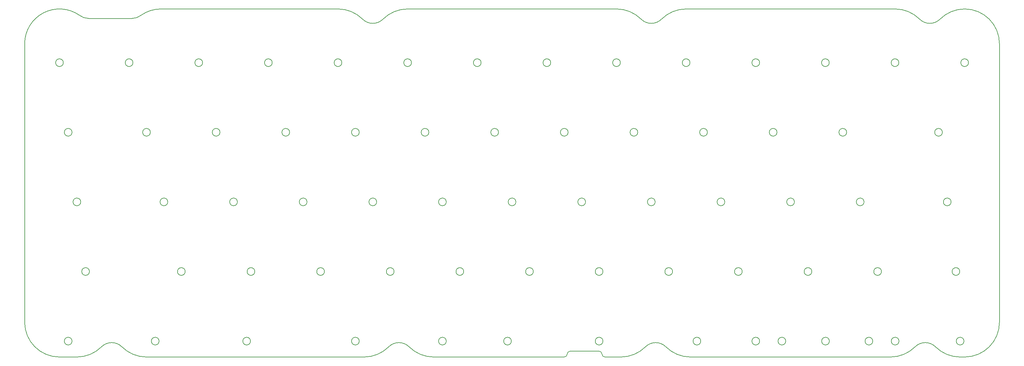
<source format=gm1>
%TF.GenerationSoftware,KiCad,Pcbnew,(6.0.5)*%
%TF.CreationDate,2022-07-14T23:48:44-04:00*%
%TF.ProjectId,bd64pcb,62643634-7063-4622-9e6b-696361645f70,rev?*%
%TF.SameCoordinates,Original*%
%TF.FileFunction,Profile,NP*%
%FSLAX46Y46*%
G04 Gerber Fmt 4.6, Leading zero omitted, Abs format (unit mm)*
G04 Created by KiCad (PCBNEW (6.0.5)) date 2022-07-14 23:48:44*
%MOMM*%
%LPD*%
G01*
G04 APERTURE LIST*
%TA.AperFunction,Profile*%
%ADD10C,0.150000*%
%TD*%
G04 APERTURE END LIST*
D10*
X173037500Y-136525000D02*
G75*
G03*
X173831250Y-137318750I793750J0D01*
G01*
X173037500Y-136525000D02*
G75*
G03*
X172243750Y-135731250I-793750J0D01*
G01*
X162718750Y-137318750D02*
G75*
G03*
X163512500Y-136525000I0J793750D01*
G01*
X164306250Y-135731250D02*
G75*
G03*
X163512500Y-136525000I0J-793750D01*
G01*
X178196875Y-137318750D02*
G75*
G03*
X184932067Y-134528942I0J9525000D01*
G01*
X190511683Y-134528942D02*
G75*
G03*
X197246875Y-137318750I6735192J6735192D01*
G01*
X190511683Y-134528942D02*
G75*
G03*
X187721875Y-133373366I-2789808J-2789808D01*
G01*
X187721875Y-133373366D02*
G75*
G03*
X184932067Y-134528942I0J-3945384D01*
G01*
X251968000Y-137318750D02*
G75*
G03*
X258703192Y-134528942I0J9525000D01*
G01*
X264282808Y-134528942D02*
G75*
G03*
X271018000Y-137318750I6735192J6735192D01*
G01*
X264282808Y-134528942D02*
G75*
G03*
X261493000Y-133373366I-2789808J-2789808D01*
G01*
X261493000Y-133373366D02*
G75*
G03*
X258703192Y-134528942I0J-3945384D01*
G01*
X183741442Y-44858558D02*
G75*
G03*
X186531250Y-46014134I2789808J2789808D01*
G01*
X183741442Y-44858558D02*
G75*
G03*
X177006250Y-42068750I-6735192J-6735192D01*
G01*
X186531250Y-46014134D02*
G75*
G03*
X189321058Y-44858558I0J3945384D01*
G01*
X196056250Y-42068750D02*
G75*
G03*
X189321058Y-44858558I0J-9525000D01*
G01*
X119856250Y-42068750D02*
G75*
G03*
X113121058Y-44858558I0J-9525000D01*
G01*
X107541442Y-44858558D02*
G75*
G03*
X100806250Y-42068750I-6735192J-6735192D01*
G01*
X107541442Y-44858558D02*
G75*
G03*
X110331250Y-46014134I2789808J2789808D01*
G01*
X110331250Y-46014134D02*
G75*
G03*
X113121058Y-44858558I0J3945384D01*
G01*
X281781250Y-51593750D02*
G75*
G03*
X272256250Y-42068750I-9525000J0D01*
G01*
X272256250Y-42068750D02*
G75*
G03*
X265521058Y-44858558I0J-9525000D01*
G01*
X259941442Y-44858558D02*
G75*
G03*
X253206250Y-42068750I-6735192J-6735192D01*
G01*
X259941442Y-44858558D02*
G75*
G03*
X262731250Y-46014134I2789808J2789808D01*
G01*
X262731250Y-46014134D02*
G75*
G03*
X265521058Y-44858558I0J3945384D01*
G01*
X107950000Y-137318750D02*
G75*
G03*
X114685192Y-134528942I0J9525000D01*
G01*
X120264808Y-134528942D02*
G75*
G03*
X127000000Y-137318750I6735192J6735192D01*
G01*
X120264808Y-134528942D02*
G75*
G03*
X117475000Y-133373366I-2789808J-2789808D01*
G01*
X117475000Y-133373366D02*
G75*
G03*
X114685192Y-134528942I0J-3945384D01*
G01*
X41683558Y-134528942D02*
G75*
G03*
X48418750Y-137318750I6735192J6735192D01*
G01*
X41683558Y-134528942D02*
G75*
G03*
X38893750Y-133373366I-2789808J-2789808D01*
G01*
X38893750Y-133373366D02*
G75*
G03*
X36103942Y-134528942I0J-3945384D01*
G01*
X29368750Y-137318750D02*
G75*
G03*
X36103942Y-134528942I0J9525000D01*
G01*
X24606250Y-137318750D02*
X29368750Y-137318750D01*
X48418750Y-137318750D02*
X107950000Y-137318750D01*
X30068480Y-43790565D02*
G75*
G03*
X15081250Y-51593750I-5462575J-7802521D01*
G01*
X44446194Y-44660503D02*
X32547738Y-44660243D01*
X253206250Y-42068750D02*
X196056250Y-42068750D01*
X164306250Y-135731250D02*
X172243750Y-135731250D01*
X100806250Y-42068750D02*
X52387500Y-42068750D01*
X173831250Y-137318750D02*
X178196875Y-137318750D01*
X15081250Y-127793750D02*
X15081250Y-51593750D01*
X271018000Y-137318750D02*
X272256250Y-137318750D01*
X52387500Y-42068750D02*
G75*
G03*
X46925453Y-43790826I-119J-9522868D01*
G01*
X281781250Y-127793750D02*
X281781250Y-51593750D01*
X272256250Y-137318750D02*
G75*
G03*
X281781250Y-127793750I0J9525000D01*
G01*
X44446194Y-44660503D02*
G75*
G03*
X46925453Y-43790826I1368J3964852D01*
G01*
X177006250Y-42068750D02*
X119856250Y-42068750D01*
X197246875Y-137318750D02*
X251968000Y-137318750D01*
X15081250Y-127793750D02*
G75*
G03*
X24606250Y-137318750I9525000J0D01*
G01*
X30068479Y-43790566D02*
G75*
G03*
X32547738Y-44660243I2477819J3094972D01*
G01*
X127000000Y-137318750D02*
X162718750Y-137318750D01*
%TO.C,L1*%
X25656250Y-56769000D02*
G75*
G03*
X25656250Y-56769000I-1050000J0D01*
G01*
%TO.C,L2*%
X44706250Y-56769000D02*
G75*
G03*
X44706250Y-56769000I-1050000J0D01*
G01*
%TO.C,L3*%
X63756250Y-56769000D02*
G75*
G03*
X63756250Y-56769000I-1050000J0D01*
G01*
%TO.C,L4*%
X82806250Y-56769000D02*
G75*
G03*
X82806250Y-56769000I-1050000J0D01*
G01*
%TO.C,L5*%
X101856250Y-56769000D02*
G75*
G03*
X101856250Y-56769000I-1050000J0D01*
G01*
%TO.C,L6*%
X120906250Y-56769000D02*
G75*
G03*
X120906250Y-56769000I-1050000J0D01*
G01*
%TO.C,L7*%
X139956250Y-56769000D02*
G75*
G03*
X139956250Y-56769000I-1050000J0D01*
G01*
%TO.C,L8*%
X159006250Y-56769000D02*
G75*
G03*
X159006250Y-56769000I-1050000J0D01*
G01*
%TO.C,L9*%
X178056250Y-56769000D02*
G75*
G03*
X178056250Y-56769000I-1050000J0D01*
G01*
%TO.C,L10*%
X197106250Y-56769000D02*
G75*
G03*
X197106250Y-56769000I-1050000J0D01*
G01*
%TO.C,L11*%
X216156250Y-56769000D02*
G75*
G03*
X216156250Y-56769000I-1050000J0D01*
G01*
%TO.C,L12*%
X235206250Y-56769000D02*
G75*
G03*
X235206250Y-56769000I-1050000J0D01*
G01*
%TO.C,L13*%
X254256250Y-56769000D02*
G75*
G03*
X254256250Y-56769000I-1050000J0D01*
G01*
%TO.C,L14*%
X273306250Y-56769000D02*
G75*
G03*
X273306250Y-56769000I-1050000J0D01*
G01*
%TO.C,L15*%
X28037500Y-132969000D02*
G75*
G03*
X28037500Y-132969000I-1050000J0D01*
G01*
%TO.C,L16*%
X51850000Y-132969000D02*
G75*
G03*
X51850000Y-132969000I-1050000J0D01*
G01*
%TO.C,L18*%
X49468750Y-75819000D02*
G75*
G03*
X49468750Y-75819000I-1050000J0D01*
G01*
%TO.C,L19*%
X68518750Y-75819000D02*
G75*
G03*
X68518750Y-75819000I-1050000J0D01*
G01*
%TO.C,L20*%
X87568750Y-75819000D02*
G75*
G03*
X87568750Y-75819000I-1050000J0D01*
G01*
%TO.C,L21*%
X106618750Y-75819000D02*
G75*
G03*
X106618750Y-75819000I-1050000J0D01*
G01*
%TO.C,L22*%
X125668750Y-75819000D02*
G75*
G03*
X125668750Y-75819000I-1050000J0D01*
G01*
%TO.C,L23*%
X144718750Y-75819000D02*
G75*
G03*
X144718750Y-75819000I-1050000J0D01*
G01*
%TO.C,L24*%
X163768750Y-75819000D02*
G75*
G03*
X163768750Y-75819000I-1050000J0D01*
G01*
%TO.C,L25*%
X182818750Y-75819000D02*
G75*
G03*
X182818750Y-75819000I-1050000J0D01*
G01*
%TO.C,L26*%
X201868750Y-75819000D02*
G75*
G03*
X201868750Y-75819000I-1050000J0D01*
G01*
%TO.C,L27*%
X220918750Y-75819000D02*
G75*
G03*
X220918750Y-75819000I-1050000J0D01*
G01*
%TO.C,L28*%
X239968750Y-75819000D02*
G75*
G03*
X239968750Y-75819000I-1050000J0D01*
G01*
%TO.C,L29*%
X266162500Y-75819000D02*
G75*
G03*
X266162500Y-75819000I-1050000J0D01*
G01*
%TO.C,L30*%
X76869000Y-132969000D02*
G75*
G03*
X76869000Y-132969000I-1050000J0D01*
G01*
%TO.C,L31*%
X106618750Y-132969000D02*
G75*
G03*
X106618750Y-132969000I-1050000J0D01*
G01*
%TO.C,L32*%
X130431250Y-132969000D02*
G75*
G03*
X130431250Y-132969000I-1050000J0D01*
G01*
%TO.C,L33*%
X30418750Y-94869000D02*
G75*
G03*
X30418750Y-94869000I-1050000J0D01*
G01*
%TO.C,L34*%
X54231250Y-94869000D02*
G75*
G03*
X54231250Y-94869000I-1050000J0D01*
G01*
%TO.C,L35*%
X73281250Y-94869000D02*
G75*
G03*
X73281250Y-94869000I-1050000J0D01*
G01*
%TO.C,L36*%
X92331250Y-94869000D02*
G75*
G03*
X92331250Y-94869000I-1050000J0D01*
G01*
%TO.C,L37*%
X111381250Y-94869000D02*
G75*
G03*
X111381250Y-94869000I-1050000J0D01*
G01*
%TO.C,L38*%
X130431250Y-94869000D02*
G75*
G03*
X130431250Y-94869000I-1050000J0D01*
G01*
%TO.C,L39*%
X149481250Y-94869000D02*
G75*
G03*
X149481250Y-94869000I-1050000J0D01*
G01*
%TO.C,L40*%
X168531250Y-94869000D02*
G75*
G03*
X168531250Y-94869000I-1050000J0D01*
G01*
%TO.C,L41*%
X187581250Y-94869000D02*
G75*
G03*
X187581250Y-94869000I-1050000J0D01*
G01*
%TO.C,L42*%
X206631250Y-94869000D02*
G75*
G03*
X206631250Y-94869000I-1050000J0D01*
G01*
%TO.C,L43*%
X225681250Y-94869000D02*
G75*
G03*
X225681250Y-94869000I-1050000J0D01*
G01*
%TO.C,L44*%
X244731250Y-94869000D02*
G75*
G03*
X244731250Y-94869000I-1050000J0D01*
G01*
%TO.C,L45*%
X268543750Y-94869000D02*
G75*
G03*
X268543750Y-94869000I-1050000J0D01*
G01*
%TO.C,L46*%
X148243000Y-132969000D02*
G75*
G03*
X148243000Y-132969000I-1050000J0D01*
G01*
%TO.C,L47*%
X173293750Y-132969000D02*
G75*
G03*
X173293750Y-132969000I-1050000J0D01*
G01*
%TO.C,L48*%
X200059000Y-132969000D02*
G75*
G03*
X200059000Y-132969000I-1050000J0D01*
G01*
%TO.C,L49*%
X32800000Y-113919000D02*
G75*
G03*
X32800000Y-113919000I-1050000J0D01*
G01*
%TO.C,L50*%
X58993750Y-113919000D02*
G75*
G03*
X58993750Y-113919000I-1050000J0D01*
G01*
%TO.C,L51*%
X78043750Y-113919000D02*
G75*
G03*
X78043750Y-113919000I-1050000J0D01*
G01*
%TO.C,L52*%
X97093750Y-113919000D02*
G75*
G03*
X97093750Y-113919000I-1050000J0D01*
G01*
%TO.C,L53*%
X116143750Y-113919000D02*
G75*
G03*
X116143750Y-113919000I-1050000J0D01*
G01*
%TO.C,L54*%
X135193750Y-113919000D02*
G75*
G03*
X135193750Y-113919000I-1050000J0D01*
G01*
%TO.C,L55*%
X154243750Y-113919000D02*
G75*
G03*
X154243750Y-113919000I-1050000J0D01*
G01*
%TO.C,L56*%
X173293750Y-113919000D02*
G75*
G03*
X173293750Y-113919000I-1050000J0D01*
G01*
%TO.C,L57*%
X192343750Y-113919000D02*
G75*
G03*
X192343750Y-113919000I-1050000J0D01*
G01*
%TO.C,L58*%
X211393750Y-113919000D02*
G75*
G03*
X211393750Y-113919000I-1050000J0D01*
G01*
%TO.C,L59*%
X230443750Y-113919000D02*
G75*
G03*
X230443750Y-113919000I-1050000J0D01*
G01*
%TO.C,L60*%
X249493750Y-113919000D02*
G75*
G03*
X249493750Y-113919000I-1050000J0D01*
G01*
%TO.C,L61*%
X270925000Y-113919000D02*
G75*
G03*
X270925000Y-113919000I-1050000J0D01*
G01*
%TO.C,L62*%
X223300000Y-132969000D02*
G75*
G03*
X223300000Y-132969000I-1050000J0D01*
G01*
%TO.C,L63*%
X247112500Y-132969000D02*
G75*
G03*
X247112500Y-132969000I-1050000J0D01*
G01*
%TO.C,L64*%
X272068000Y-132969000D02*
G75*
G03*
X272068000Y-132969000I-1050000J0D01*
G01*
%TO.C,L17*%
X28037500Y-75819000D02*
G75*
G03*
X28037500Y-75819000I-1050000J0D01*
G01*
%TO.C,L63*%
X254288000Y-132969000D02*
G75*
G03*
X254288000Y-132969000I-1050000J0D01*
G01*
%TO.C,L48*%
X216156250Y-132969000D02*
G75*
G03*
X216156250Y-132969000I-1050000J0D01*
G01*
%TO.C,L62*%
X235238000Y-132969000D02*
G75*
G03*
X235238000Y-132969000I-1050000J0D01*
G01*
%TD*%
M02*

</source>
